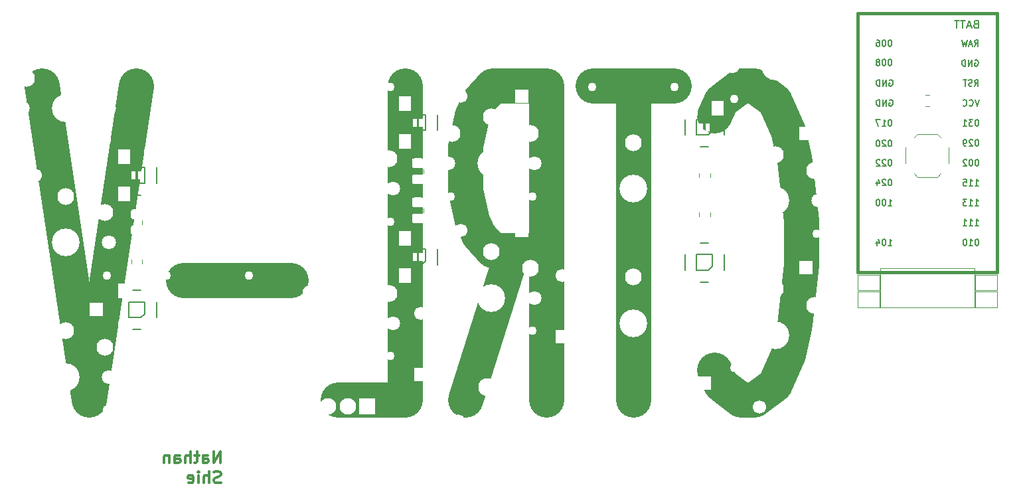
<source format=gbo>
%TF.GenerationSoftware,KiCad,Pcbnew,(5.1.6)-1*%
%TF.CreationDate,2022-08-18T21:09:05-07:00*%
%TF.ProjectId,split-40-final,73706c69-742d-4343-902d-66696e616c2e,rev?*%
%TF.SameCoordinates,Original*%
%TF.FileFunction,Legend,Bot*%
%TF.FilePolarity,Positive*%
%FSLAX46Y46*%
G04 Gerber Fmt 4.6, Leading zero omitted, Abs format (unit mm)*
G04 Created by KiCad (PCBNEW (5.1.6)-1) date 2022-08-18 21:09:05*
%MOMM*%
%LPD*%
G01*
G04 APERTURE LIST*
%ADD10C,4.500000*%
%ADD11C,0.300000*%
%ADD12C,0.381000*%
%ADD13C,0.120000*%
%ADD14C,0.200000*%
%ADD15C,0.040000*%
%ADD16C,0.150000*%
%ADD17C,1.801800*%
%ADD18C,1.090600*%
%ADD19C,2.132000*%
%ADD20C,3.529000*%
%ADD21C,1.852600*%
%ADD22R,2.600000X3.100000*%
%ADD23C,2.100000*%
%ADD24R,2.100000X2.100000*%
%ADD25O,3.100000X1.624000*%
%ADD26C,1.624000*%
%ADD27C,1.700000*%
%ADD28R,1.700000X1.700000*%
%ADD29C,0.100000*%
%ADD30R,0.600000X1.100000*%
%ADD31R,1.500000X1.900000*%
%ADD32O,1.800000X1.800000*%
%ADD33R,1.800000X1.800000*%
%ADD34C,2.300000*%
%ADD35R,1.800000X1.100000*%
%ADD36R,1.100000X1.600000*%
G04 APERTURE END LIST*
D10*
X106428571Y-67285714D02*
X107285714Y-69190476D01*
X109857142Y-71095238D01*
X111571428Y-71095238D01*
X114142857Y-69190476D01*
X115857142Y-65380952D01*
X116714285Y-61571428D01*
X117571428Y-53952380D01*
X117571428Y-48238095D01*
X116714285Y-40619047D01*
X115857142Y-36809523D01*
X114142857Y-33000000D01*
X111571428Y-31095238D01*
X109857142Y-31095238D01*
X107285714Y-33000000D01*
X106428571Y-34904761D01*
X101285714Y-31095238D02*
X91000000Y-31095238D01*
X96142857Y-71095238D02*
X96142857Y-31095238D01*
X74714285Y-71095238D02*
X80714285Y-52047619D01*
X85000000Y-71095238D02*
X85000000Y-31095238D01*
X78142857Y-31095238D01*
X76428571Y-33000000D01*
X75571428Y-34904761D01*
X74714285Y-38714285D01*
X74714285Y-44428571D01*
X75571428Y-48238095D01*
X76428571Y-50142857D01*
X78142857Y-52047619D01*
X85000000Y-52047619D01*
X58428571Y-71095238D02*
X66999999Y-71095238D01*
X66999999Y-31095238D01*
X52428571Y-55857142D02*
X38714285Y-55857142D01*
X32714285Y-31095238D02*
X26714285Y-71095238D01*
X20714285Y-31095238D01*
D11*
X43447857Y-79203571D02*
X43447857Y-77703571D01*
X42590714Y-79203571D01*
X42590714Y-77703571D01*
X41233571Y-79203571D02*
X41233571Y-78417857D01*
X41305000Y-78275000D01*
X41447857Y-78203571D01*
X41733571Y-78203571D01*
X41876428Y-78275000D01*
X41233571Y-79132142D02*
X41376428Y-79203571D01*
X41733571Y-79203571D01*
X41876428Y-79132142D01*
X41947857Y-78989285D01*
X41947857Y-78846428D01*
X41876428Y-78703571D01*
X41733571Y-78632142D01*
X41376428Y-78632142D01*
X41233571Y-78560714D01*
X40733571Y-78203571D02*
X40162142Y-78203571D01*
X40519285Y-77703571D02*
X40519285Y-78989285D01*
X40447857Y-79132142D01*
X40305000Y-79203571D01*
X40162142Y-79203571D01*
X39662142Y-79203571D02*
X39662142Y-77703571D01*
X39019285Y-79203571D02*
X39019285Y-78417857D01*
X39090714Y-78275000D01*
X39233571Y-78203571D01*
X39447857Y-78203571D01*
X39590714Y-78275000D01*
X39662142Y-78346428D01*
X37662142Y-79203571D02*
X37662142Y-78417857D01*
X37733571Y-78275000D01*
X37876428Y-78203571D01*
X38162142Y-78203571D01*
X38305000Y-78275000D01*
X37662142Y-79132142D02*
X37805000Y-79203571D01*
X38162142Y-79203571D01*
X38305000Y-79132142D01*
X38376428Y-78989285D01*
X38376428Y-78846428D01*
X38305000Y-78703571D01*
X38162142Y-78632142D01*
X37805000Y-78632142D01*
X37662142Y-78560714D01*
X36947857Y-78203571D02*
X36947857Y-79203571D01*
X36947857Y-78346428D02*
X36876428Y-78275000D01*
X36733571Y-78203571D01*
X36519285Y-78203571D01*
X36376428Y-78275000D01*
X36305000Y-78417857D01*
X36305000Y-79203571D01*
X43519285Y-81682142D02*
X43305000Y-81753571D01*
X42947857Y-81753571D01*
X42805000Y-81682142D01*
X42733571Y-81610714D01*
X42662142Y-81467857D01*
X42662142Y-81325000D01*
X42733571Y-81182142D01*
X42805000Y-81110714D01*
X42947857Y-81039285D01*
X43233571Y-80967857D01*
X43376428Y-80896428D01*
X43447857Y-80825000D01*
X43519285Y-80682142D01*
X43519285Y-80539285D01*
X43447857Y-80396428D01*
X43376428Y-80325000D01*
X43233571Y-80253571D01*
X42876428Y-80253571D01*
X42662142Y-80325000D01*
X42019285Y-81753571D02*
X42019285Y-80253571D01*
X41376428Y-81753571D02*
X41376428Y-80967857D01*
X41447857Y-80825000D01*
X41590714Y-80753571D01*
X41805000Y-80753571D01*
X41947857Y-80825000D01*
X42019285Y-80896428D01*
X40662142Y-81753571D02*
X40662142Y-80753571D01*
X40662142Y-80253571D02*
X40733571Y-80325000D01*
X40662142Y-80396428D01*
X40590714Y-80325000D01*
X40662142Y-80253571D01*
X40662142Y-80396428D01*
X39376428Y-81682142D02*
X39519285Y-81753571D01*
X39805000Y-81753571D01*
X39947857Y-81682142D01*
X40019285Y-81539285D01*
X40019285Y-80967857D01*
X39947857Y-80825000D01*
X39805000Y-80753571D01*
X39519285Y-80753571D01*
X39376428Y-80825000D01*
X39305000Y-80967857D01*
X39305000Y-81110714D01*
X40019285Y-81253571D01*
D12*
%TO.C,U1*%
X142520000Y-21880000D02*
X124740000Y-21880000D01*
X124740000Y-21880000D02*
X124740000Y-54900000D01*
X124740000Y-54900000D02*
X142520000Y-54900000D01*
X142520000Y-54900000D02*
X142520000Y-21880000D01*
D13*
%TO.C,SW3*%
X63520000Y-72020000D02*
X63820000Y-71720000D01*
X63820000Y-71720000D02*
X63820000Y-72320000D01*
X63820000Y-72320000D02*
X63520000Y-72020000D01*
D14*
%TO.C,D1*%
X106200000Y-36890000D02*
X105700000Y-37390000D01*
X104700000Y-33890000D02*
X105700000Y-33890000D01*
X102700000Y-35390000D02*
X102700000Y-37390000D01*
X104200000Y-35390000D02*
X106200000Y-35390000D01*
X104700000Y-38890000D02*
X105700000Y-38890000D01*
X106200000Y-35390000D02*
X106200000Y-36890000D01*
X105700000Y-37390000D02*
X104200000Y-37390000D01*
X107700000Y-35390000D02*
X107700000Y-37390000D01*
X104200000Y-37390000D02*
X104200000Y-35390000D01*
%TO.C,D2*%
X68150000Y-34790000D02*
X67650000Y-35290000D01*
X68150000Y-38290000D02*
X69150000Y-38290000D01*
X66150000Y-36790000D02*
X66150000Y-34790000D01*
X68150000Y-33290000D02*
X69150000Y-33290000D01*
X69650000Y-34790000D02*
X68150000Y-34790000D01*
X71150000Y-36790000D02*
X71150000Y-34790000D01*
X67650000Y-36790000D02*
X69650000Y-36790000D01*
X69650000Y-36790000D02*
X69650000Y-34790000D01*
X67650000Y-35290000D02*
X67650000Y-36790000D01*
%TO.C,D3*%
X32300000Y-41520000D02*
X31800000Y-42020000D01*
X32300000Y-45020000D02*
X33300000Y-45020000D01*
X30300000Y-43520000D02*
X30300000Y-41520000D01*
X32300000Y-40020000D02*
X33300000Y-40020000D01*
X33800000Y-41520000D02*
X32300000Y-41520000D01*
X35300000Y-43520000D02*
X35300000Y-41520000D01*
X31800000Y-43520000D02*
X33800000Y-43520000D01*
X33800000Y-43520000D02*
X33800000Y-41520000D01*
X31800000Y-42020000D02*
X31800000Y-43520000D01*
%TO.C,D4*%
X33300000Y-60670000D02*
X33800000Y-60170000D01*
X33300000Y-57170000D02*
X32300000Y-57170000D01*
X35300000Y-58670000D02*
X35300000Y-60670000D01*
X33300000Y-62170000D02*
X32300000Y-62170000D01*
X31800000Y-60670000D02*
X33300000Y-60670000D01*
X30300000Y-58670000D02*
X30300000Y-60670000D01*
X33800000Y-58670000D02*
X31800000Y-58670000D01*
X31800000Y-58670000D02*
X31800000Y-60670000D01*
X33800000Y-60170000D02*
X33800000Y-58670000D01*
%TO.C,D5*%
X69150000Y-53940000D02*
X69650000Y-53440000D01*
X69150000Y-50440000D02*
X68150000Y-50440000D01*
X71150000Y-51940000D02*
X71150000Y-53940000D01*
X69150000Y-55440000D02*
X68150000Y-55440000D01*
X67650000Y-53940000D02*
X69150000Y-53940000D01*
X66150000Y-51940000D02*
X66150000Y-53940000D01*
X69650000Y-51940000D02*
X67650000Y-51940000D01*
X67650000Y-51940000D02*
X67650000Y-53940000D01*
X69650000Y-53440000D02*
X69650000Y-51940000D01*
%TO.C,D6*%
X105700000Y-54620000D02*
X106200000Y-54120000D01*
X105700000Y-51120000D02*
X104700000Y-51120000D01*
X107700000Y-52620000D02*
X107700000Y-54620000D01*
X105700000Y-56120000D02*
X104700000Y-56120000D01*
X104200000Y-54620000D02*
X105700000Y-54620000D01*
X102700000Y-52620000D02*
X102700000Y-54620000D01*
X106200000Y-52620000D02*
X104200000Y-52620000D01*
X104200000Y-52620000D02*
X104200000Y-54620000D01*
X106200000Y-54120000D02*
X106200000Y-52620000D01*
D15*
%TO.C,L1*%
X139630000Y-54400000D02*
X139630000Y-59400000D01*
X127630000Y-54400000D02*
X139630000Y-54400000D01*
X139630000Y-59400000D02*
X127630000Y-59400000D01*
X127630000Y-54400000D02*
X127630000Y-59400000D01*
D13*
%TO.C,C3*%
X33510000Y-48238748D02*
X33510000Y-48761252D01*
X32090000Y-48238748D02*
X32090000Y-48761252D01*
%TO.C,C1*%
X105910000Y-42238748D02*
X105910000Y-42761252D01*
X104490000Y-42238748D02*
X104490000Y-42761252D01*
%TO.C,C2*%
X69360000Y-41738748D02*
X69360000Y-42261252D01*
X67940000Y-41738748D02*
X67940000Y-42261252D01*
%TO.C,C4*%
X32090000Y-53761252D02*
X32090000Y-53238748D01*
X33510000Y-53761252D02*
X33510000Y-53238748D01*
%TO.C,C5*%
X67940000Y-47261252D02*
X67940000Y-46738748D01*
X69360000Y-47261252D02*
X69360000Y-46738748D01*
%TO.C,C6*%
X104490000Y-47761252D02*
X104490000Y-47238748D01*
X105910000Y-47761252D02*
X105910000Y-47238748D01*
%TO.C,R1*%
X133888578Y-33710000D02*
X133371422Y-33710000D01*
X133888578Y-32290000D02*
X133371422Y-32290000D01*
%TO.C,SW1*%
X132380000Y-42750000D02*
X134880000Y-42750000D01*
X130880000Y-41000000D02*
X130880000Y-39000000D01*
X132380000Y-37250000D02*
X134880000Y-37250000D01*
X136380000Y-41000000D02*
X136380000Y-39000000D01*
X131930000Y-42300000D02*
X132380000Y-42750000D01*
X135330000Y-42300000D02*
X134880000Y-42750000D01*
X135330000Y-37700000D02*
X134880000Y-37250000D01*
X131930000Y-37700000D02*
X132380000Y-37250000D01*
%TO.C,JP_B_GND1*%
X127510000Y-57190000D02*
X127510000Y-55190000D01*
X124710000Y-57190000D02*
X127510000Y-57190000D01*
X124710000Y-55190000D02*
X124710000Y-57190000D01*
X127510000Y-55190000D02*
X124710000Y-55190000D01*
%TO.C,JP_B_SCL1*%
X139750000Y-59360000D02*
X142550000Y-59360000D01*
X142550000Y-59360000D02*
X142550000Y-57360000D01*
X142550000Y-57360000D02*
X139750000Y-57360000D01*
X139750000Y-57360000D02*
X139750000Y-59360000D01*
%TO.C,JP_B_SDA1*%
X139750000Y-55190000D02*
X139750000Y-57190000D01*
X142550000Y-55190000D02*
X139750000Y-55190000D01*
X142550000Y-57190000D02*
X142550000Y-55190000D01*
X139750000Y-57190000D02*
X142550000Y-57190000D01*
%TO.C,JP_B_VCC1*%
X127510000Y-57360000D02*
X124710000Y-57360000D01*
X124710000Y-57360000D02*
X124710000Y-59360000D01*
X124710000Y-59360000D02*
X127510000Y-59360000D01*
X127510000Y-59360000D02*
X127510000Y-57360000D01*
%TO.C,U1*%
D16*
X139656095Y-31131904D02*
X139922761Y-30750952D01*
X140113238Y-31131904D02*
X140113238Y-30331904D01*
X139808476Y-30331904D01*
X139732285Y-30370000D01*
X139694190Y-30408095D01*
X139656095Y-30484285D01*
X139656095Y-30598571D01*
X139694190Y-30674761D01*
X139732285Y-30712857D01*
X139808476Y-30750952D01*
X140113238Y-30750952D01*
X139351333Y-31093809D02*
X139237047Y-31131904D01*
X139046571Y-31131904D01*
X138970380Y-31093809D01*
X138932285Y-31055714D01*
X138894190Y-30979523D01*
X138894190Y-30903333D01*
X138932285Y-30827142D01*
X138970380Y-30789047D01*
X139046571Y-30750952D01*
X139198952Y-30712857D01*
X139275142Y-30674761D01*
X139313238Y-30636666D01*
X139351333Y-30560476D01*
X139351333Y-30484285D01*
X139313238Y-30408095D01*
X139275142Y-30370000D01*
X139198952Y-30331904D01*
X139008476Y-30331904D01*
X138894190Y-30370000D01*
X138665619Y-30331904D02*
X138208476Y-30331904D01*
X138437047Y-31131904D02*
X138437047Y-30331904D01*
X128892810Y-25251904D02*
X128816619Y-25251904D01*
X128740429Y-25290000D01*
X128702333Y-25328095D01*
X128664238Y-25404285D01*
X128626143Y-25556666D01*
X128626143Y-25747142D01*
X128664238Y-25899523D01*
X128702333Y-25975714D01*
X128740429Y-26013809D01*
X128816619Y-26051904D01*
X128892810Y-26051904D01*
X128969000Y-26013809D01*
X129007095Y-25975714D01*
X129045190Y-25899523D01*
X129083286Y-25747142D01*
X129083286Y-25556666D01*
X129045190Y-25404285D01*
X129007095Y-25328095D01*
X128969000Y-25290000D01*
X128892810Y-25251904D01*
X128130905Y-25251904D02*
X128054714Y-25251904D01*
X127978524Y-25290000D01*
X127940429Y-25328095D01*
X127902333Y-25404285D01*
X127864238Y-25556666D01*
X127864238Y-25747142D01*
X127902333Y-25899523D01*
X127940429Y-25975714D01*
X127978524Y-26013809D01*
X128054714Y-26051904D01*
X128130905Y-26051904D01*
X128207095Y-26013809D01*
X128245190Y-25975714D01*
X128283286Y-25899523D01*
X128321381Y-25747142D01*
X128321381Y-25556666D01*
X128283286Y-25404285D01*
X128245190Y-25328095D01*
X128207095Y-25290000D01*
X128130905Y-25251904D01*
X127178524Y-25251904D02*
X127330905Y-25251904D01*
X127407095Y-25290000D01*
X127445190Y-25328095D01*
X127521381Y-25442380D01*
X127559476Y-25594761D01*
X127559476Y-25899523D01*
X127521381Y-25975714D01*
X127483286Y-26013809D01*
X127407095Y-26051904D01*
X127254714Y-26051904D01*
X127178524Y-26013809D01*
X127140429Y-25975714D01*
X127102333Y-25899523D01*
X127102333Y-25709047D01*
X127140429Y-25632857D01*
X127178524Y-25594761D01*
X127254714Y-25556666D01*
X127407095Y-25556666D01*
X127483286Y-25594761D01*
X127521381Y-25632857D01*
X127559476Y-25709047D01*
X139967191Y-50651904D02*
X139891000Y-50651904D01*
X139814810Y-50690000D01*
X139776714Y-50728095D01*
X139738619Y-50804285D01*
X139700524Y-50956666D01*
X139700524Y-51147142D01*
X139738619Y-51299523D01*
X139776714Y-51375714D01*
X139814810Y-51413809D01*
X139891000Y-51451904D01*
X139967191Y-51451904D01*
X140043381Y-51413809D01*
X140081476Y-51375714D01*
X140119571Y-51299523D01*
X140157667Y-51147142D01*
X140157667Y-50956666D01*
X140119571Y-50804285D01*
X140081476Y-50728095D01*
X140043381Y-50690000D01*
X139967191Y-50651904D01*
X138938619Y-51451904D02*
X139395762Y-51451904D01*
X139167191Y-51451904D02*
X139167191Y-50651904D01*
X139243381Y-50766190D01*
X139319571Y-50842380D01*
X139395762Y-50880476D01*
X138443381Y-50651904D02*
X138367191Y-50651904D01*
X138291000Y-50690000D01*
X138252905Y-50728095D01*
X138214810Y-50804285D01*
X138176714Y-50956666D01*
X138176714Y-51147142D01*
X138214810Y-51299523D01*
X138252905Y-51375714D01*
X138291000Y-51413809D01*
X138367191Y-51451904D01*
X138443381Y-51451904D01*
X138519571Y-51413809D01*
X138557667Y-51375714D01*
X138595762Y-51299523D01*
X138633857Y-51147142D01*
X138633857Y-50956666D01*
X138595762Y-50804285D01*
X138557667Y-50728095D01*
X138519571Y-50690000D01*
X138443381Y-50651904D01*
X139700524Y-43831904D02*
X140157667Y-43831904D01*
X139929095Y-43831904D02*
X139929095Y-43031904D01*
X140005286Y-43146190D01*
X140081476Y-43222380D01*
X140157667Y-43260476D01*
X138938619Y-43831904D02*
X139395762Y-43831904D01*
X139167191Y-43831904D02*
X139167191Y-43031904D01*
X139243381Y-43146190D01*
X139319571Y-43222380D01*
X139395762Y-43260476D01*
X138214810Y-43031904D02*
X138595762Y-43031904D01*
X138633857Y-43412857D01*
X138595762Y-43374761D01*
X138519571Y-43336666D01*
X138329095Y-43336666D01*
X138252905Y-43374761D01*
X138214810Y-43412857D01*
X138176714Y-43489047D01*
X138176714Y-43679523D01*
X138214810Y-43755714D01*
X138252905Y-43793809D01*
X138329095Y-43831904D01*
X138519571Y-43831904D01*
X138595762Y-43793809D01*
X138633857Y-43755714D01*
X139967191Y-40491904D02*
X139891000Y-40491904D01*
X139814810Y-40530000D01*
X139776714Y-40568095D01*
X139738619Y-40644285D01*
X139700524Y-40796666D01*
X139700524Y-40987142D01*
X139738619Y-41139523D01*
X139776714Y-41215714D01*
X139814810Y-41253809D01*
X139891000Y-41291904D01*
X139967191Y-41291904D01*
X140043381Y-41253809D01*
X140081476Y-41215714D01*
X140119571Y-41139523D01*
X140157667Y-40987142D01*
X140157667Y-40796666D01*
X140119571Y-40644285D01*
X140081476Y-40568095D01*
X140043381Y-40530000D01*
X139967191Y-40491904D01*
X139205286Y-40491904D02*
X139129095Y-40491904D01*
X139052905Y-40530000D01*
X139014810Y-40568095D01*
X138976714Y-40644285D01*
X138938619Y-40796666D01*
X138938619Y-40987142D01*
X138976714Y-41139523D01*
X139014810Y-41215714D01*
X139052905Y-41253809D01*
X139129095Y-41291904D01*
X139205286Y-41291904D01*
X139281476Y-41253809D01*
X139319571Y-41215714D01*
X139357667Y-41139523D01*
X139395762Y-40987142D01*
X139395762Y-40796666D01*
X139357667Y-40644285D01*
X139319571Y-40568095D01*
X139281476Y-40530000D01*
X139205286Y-40491904D01*
X138633857Y-40568095D02*
X138595762Y-40530000D01*
X138519571Y-40491904D01*
X138329095Y-40491904D01*
X138252905Y-40530000D01*
X138214810Y-40568095D01*
X138176714Y-40644285D01*
X138176714Y-40720476D01*
X138214810Y-40834761D01*
X138671952Y-41291904D01*
X138176714Y-41291904D01*
X139967191Y-37951904D02*
X139891000Y-37951904D01*
X139814810Y-37990000D01*
X139776714Y-38028095D01*
X139738619Y-38104285D01*
X139700524Y-38256666D01*
X139700524Y-38447142D01*
X139738619Y-38599523D01*
X139776714Y-38675714D01*
X139814810Y-38713809D01*
X139891000Y-38751904D01*
X139967191Y-38751904D01*
X140043381Y-38713809D01*
X140081476Y-38675714D01*
X140119571Y-38599523D01*
X140157667Y-38447142D01*
X140157667Y-38256666D01*
X140119571Y-38104285D01*
X140081476Y-38028095D01*
X140043381Y-37990000D01*
X139967191Y-37951904D01*
X139395762Y-38028095D02*
X139357667Y-37990000D01*
X139281476Y-37951904D01*
X139091000Y-37951904D01*
X139014810Y-37990000D01*
X138976714Y-38028095D01*
X138938619Y-38104285D01*
X138938619Y-38180476D01*
X138976714Y-38294761D01*
X139433857Y-38751904D01*
X138938619Y-38751904D01*
X138557667Y-38751904D02*
X138405286Y-38751904D01*
X138329095Y-38713809D01*
X138291000Y-38675714D01*
X138214810Y-38561428D01*
X138176714Y-38409047D01*
X138176714Y-38104285D01*
X138214810Y-38028095D01*
X138252905Y-37990000D01*
X138329095Y-37951904D01*
X138481476Y-37951904D01*
X138557667Y-37990000D01*
X138595762Y-38028095D01*
X138633857Y-38104285D01*
X138633857Y-38294761D01*
X138595762Y-38370952D01*
X138557667Y-38409047D01*
X138481476Y-38447142D01*
X138329095Y-38447142D01*
X138252905Y-38409047D01*
X138214810Y-38370952D01*
X138176714Y-38294761D01*
X139656095Y-26051904D02*
X139922762Y-25670952D01*
X140113238Y-26051904D02*
X140113238Y-25251904D01*
X139808476Y-25251904D01*
X139732286Y-25290000D01*
X139694191Y-25328095D01*
X139656095Y-25404285D01*
X139656095Y-25518571D01*
X139694191Y-25594761D01*
X139732286Y-25632857D01*
X139808476Y-25670952D01*
X140113238Y-25670952D01*
X139351334Y-25823333D02*
X138970381Y-25823333D01*
X139427524Y-26051904D02*
X139160857Y-25251904D01*
X138894191Y-26051904D01*
X138703715Y-25251904D02*
X138513238Y-26051904D01*
X138360857Y-25480476D01*
X138208476Y-26051904D01*
X138018000Y-25251904D01*
X139694190Y-27830000D02*
X139770381Y-27791904D01*
X139884667Y-27791904D01*
X139998952Y-27830000D01*
X140075143Y-27906190D01*
X140113238Y-27982380D01*
X140151333Y-28134761D01*
X140151333Y-28249047D01*
X140113238Y-28401428D01*
X140075143Y-28477619D01*
X139998952Y-28553809D01*
X139884667Y-28591904D01*
X139808476Y-28591904D01*
X139694190Y-28553809D01*
X139656095Y-28515714D01*
X139656095Y-28249047D01*
X139808476Y-28249047D01*
X139313238Y-28591904D02*
X139313238Y-27791904D01*
X138856095Y-28591904D01*
X138856095Y-27791904D01*
X138475143Y-28591904D02*
X138475143Y-27791904D01*
X138284667Y-27791904D01*
X138170381Y-27830000D01*
X138094190Y-27906190D01*
X138056095Y-27982380D01*
X138018000Y-28134761D01*
X138018000Y-28249047D01*
X138056095Y-28401428D01*
X138094190Y-28477619D01*
X138170381Y-28553809D01*
X138284667Y-28591904D01*
X138475143Y-28591904D01*
X140233857Y-32871904D02*
X139967191Y-33671904D01*
X139700524Y-32871904D01*
X138976714Y-33595714D02*
X139014810Y-33633809D01*
X139129095Y-33671904D01*
X139205286Y-33671904D01*
X139319571Y-33633809D01*
X139395762Y-33557619D01*
X139433857Y-33481428D01*
X139471952Y-33329047D01*
X139471952Y-33214761D01*
X139433857Y-33062380D01*
X139395762Y-32986190D01*
X139319571Y-32910000D01*
X139205286Y-32871904D01*
X139129095Y-32871904D01*
X139014810Y-32910000D01*
X138976714Y-32948095D01*
X138176714Y-33595714D02*
X138214810Y-33633809D01*
X138329095Y-33671904D01*
X138405286Y-33671904D01*
X138519571Y-33633809D01*
X138595762Y-33557619D01*
X138633857Y-33481428D01*
X138671952Y-33329047D01*
X138671952Y-33214761D01*
X138633857Y-33062380D01*
X138595762Y-32986190D01*
X138519571Y-32910000D01*
X138405286Y-32871904D01*
X138329095Y-32871904D01*
X138214810Y-32910000D01*
X138176714Y-32948095D01*
X139967191Y-35411904D02*
X139891000Y-35411904D01*
X139814810Y-35450000D01*
X139776714Y-35488095D01*
X139738619Y-35564285D01*
X139700524Y-35716666D01*
X139700524Y-35907142D01*
X139738619Y-36059523D01*
X139776714Y-36135714D01*
X139814810Y-36173809D01*
X139891000Y-36211904D01*
X139967191Y-36211904D01*
X140043381Y-36173809D01*
X140081476Y-36135714D01*
X140119571Y-36059523D01*
X140157667Y-35907142D01*
X140157667Y-35716666D01*
X140119571Y-35564285D01*
X140081476Y-35488095D01*
X140043381Y-35450000D01*
X139967191Y-35411904D01*
X139433857Y-35411904D02*
X138938619Y-35411904D01*
X139205286Y-35716666D01*
X139091000Y-35716666D01*
X139014810Y-35754761D01*
X138976714Y-35792857D01*
X138938619Y-35869047D01*
X138938619Y-36059523D01*
X138976714Y-36135714D01*
X139014810Y-36173809D01*
X139091000Y-36211904D01*
X139319571Y-36211904D01*
X139395762Y-36173809D01*
X139433857Y-36135714D01*
X138176714Y-36211904D02*
X138633857Y-36211904D01*
X138405286Y-36211904D02*
X138405286Y-35411904D01*
X138481476Y-35526190D01*
X138557667Y-35602380D01*
X138633857Y-35640476D01*
X139700524Y-46371904D02*
X140157667Y-46371904D01*
X139929095Y-46371904D02*
X139929095Y-45571904D01*
X140005286Y-45686190D01*
X140081476Y-45762380D01*
X140157667Y-45800476D01*
X138938619Y-46371904D02*
X139395762Y-46371904D01*
X139167191Y-46371904D02*
X139167191Y-45571904D01*
X139243381Y-45686190D01*
X139319571Y-45762380D01*
X139395762Y-45800476D01*
X138671952Y-45571904D02*
X138176714Y-45571904D01*
X138443381Y-45876666D01*
X138329095Y-45876666D01*
X138252905Y-45914761D01*
X138214810Y-45952857D01*
X138176714Y-46029047D01*
X138176714Y-46219523D01*
X138214810Y-46295714D01*
X138252905Y-46333809D01*
X138329095Y-46371904D01*
X138557667Y-46371904D01*
X138633857Y-46333809D01*
X138671952Y-46295714D01*
X139700524Y-48911904D02*
X140157667Y-48911904D01*
X139929095Y-48911904D02*
X139929095Y-48111904D01*
X140005286Y-48226190D01*
X140081476Y-48302380D01*
X140157667Y-48340476D01*
X138938619Y-48911904D02*
X139395762Y-48911904D01*
X139167191Y-48911904D02*
X139167191Y-48111904D01*
X139243381Y-48226190D01*
X139319571Y-48302380D01*
X139395762Y-48340476D01*
X138176714Y-48911904D02*
X138633857Y-48911904D01*
X138405286Y-48911904D02*
X138405286Y-48111904D01*
X138481476Y-48226190D01*
X138557667Y-48302380D01*
X138633857Y-48340476D01*
X128626143Y-51451904D02*
X129083286Y-51451904D01*
X128854714Y-51451904D02*
X128854714Y-50651904D01*
X128930905Y-50766190D01*
X129007095Y-50842380D01*
X129083286Y-50880476D01*
X128130905Y-50651904D02*
X128054714Y-50651904D01*
X127978524Y-50690000D01*
X127940429Y-50728095D01*
X127902333Y-50804285D01*
X127864238Y-50956666D01*
X127864238Y-51147142D01*
X127902333Y-51299523D01*
X127940429Y-51375714D01*
X127978524Y-51413809D01*
X128054714Y-51451904D01*
X128130905Y-51451904D01*
X128207095Y-51413809D01*
X128245190Y-51375714D01*
X128283286Y-51299523D01*
X128321381Y-51147142D01*
X128321381Y-50956666D01*
X128283286Y-50804285D01*
X128245190Y-50728095D01*
X128207095Y-50690000D01*
X128130905Y-50651904D01*
X127178524Y-50918571D02*
X127178524Y-51451904D01*
X127369000Y-50613809D02*
X127559476Y-51185238D01*
X127064238Y-51185238D01*
X128626143Y-46371904D02*
X129083286Y-46371904D01*
X128854714Y-46371904D02*
X128854714Y-45571904D01*
X128930905Y-45686190D01*
X129007095Y-45762380D01*
X129083286Y-45800476D01*
X128130905Y-45571904D02*
X128054714Y-45571904D01*
X127978524Y-45610000D01*
X127940429Y-45648095D01*
X127902333Y-45724285D01*
X127864238Y-45876666D01*
X127864238Y-46067142D01*
X127902333Y-46219523D01*
X127940429Y-46295714D01*
X127978524Y-46333809D01*
X128054714Y-46371904D01*
X128130905Y-46371904D01*
X128207095Y-46333809D01*
X128245190Y-46295714D01*
X128283286Y-46219523D01*
X128321381Y-46067142D01*
X128321381Y-45876666D01*
X128283286Y-45724285D01*
X128245190Y-45648095D01*
X128207095Y-45610000D01*
X128130905Y-45571904D01*
X127369000Y-45571904D02*
X127292810Y-45571904D01*
X127216619Y-45610000D01*
X127178524Y-45648095D01*
X127140429Y-45724285D01*
X127102333Y-45876666D01*
X127102333Y-46067142D01*
X127140429Y-46219523D01*
X127178524Y-46295714D01*
X127216619Y-46333809D01*
X127292810Y-46371904D01*
X127369000Y-46371904D01*
X127445190Y-46333809D01*
X127483286Y-46295714D01*
X127521381Y-46219523D01*
X127559476Y-46067142D01*
X127559476Y-45876666D01*
X127521381Y-45724285D01*
X127483286Y-45648095D01*
X127445190Y-45610000D01*
X127369000Y-45571904D01*
X128892810Y-43021904D02*
X128816619Y-43021904D01*
X128740429Y-43060000D01*
X128702333Y-43098095D01*
X128664238Y-43174285D01*
X128626143Y-43326666D01*
X128626143Y-43517142D01*
X128664238Y-43669523D01*
X128702333Y-43745714D01*
X128740429Y-43783809D01*
X128816619Y-43821904D01*
X128892810Y-43821904D01*
X128969000Y-43783809D01*
X129007095Y-43745714D01*
X129045190Y-43669523D01*
X129083286Y-43517142D01*
X129083286Y-43326666D01*
X129045190Y-43174285D01*
X129007095Y-43098095D01*
X128969000Y-43060000D01*
X128892810Y-43021904D01*
X128321381Y-43098095D02*
X128283286Y-43060000D01*
X128207095Y-43021904D01*
X128016619Y-43021904D01*
X127940429Y-43060000D01*
X127902333Y-43098095D01*
X127864238Y-43174285D01*
X127864238Y-43250476D01*
X127902333Y-43364761D01*
X128359476Y-43821904D01*
X127864238Y-43821904D01*
X127178524Y-43288571D02*
X127178524Y-43821904D01*
X127369000Y-42983809D02*
X127559476Y-43555238D01*
X127064238Y-43555238D01*
X128892810Y-40521904D02*
X128816619Y-40521904D01*
X128740429Y-40560000D01*
X128702333Y-40598095D01*
X128664238Y-40674285D01*
X128626143Y-40826666D01*
X128626143Y-41017142D01*
X128664238Y-41169523D01*
X128702333Y-41245714D01*
X128740429Y-41283809D01*
X128816619Y-41321904D01*
X128892810Y-41321904D01*
X128969000Y-41283809D01*
X129007095Y-41245714D01*
X129045190Y-41169523D01*
X129083286Y-41017142D01*
X129083286Y-40826666D01*
X129045190Y-40674285D01*
X129007095Y-40598095D01*
X128969000Y-40560000D01*
X128892810Y-40521904D01*
X128321381Y-40598095D02*
X128283286Y-40560000D01*
X128207095Y-40521904D01*
X128016619Y-40521904D01*
X127940429Y-40560000D01*
X127902333Y-40598095D01*
X127864238Y-40674285D01*
X127864238Y-40750476D01*
X127902333Y-40864761D01*
X128359476Y-41321904D01*
X127864238Y-41321904D01*
X127559476Y-40598095D02*
X127521381Y-40560000D01*
X127445190Y-40521904D01*
X127254714Y-40521904D01*
X127178524Y-40560000D01*
X127140429Y-40598095D01*
X127102333Y-40674285D01*
X127102333Y-40750476D01*
X127140429Y-40864761D01*
X127597571Y-41321904D01*
X127102333Y-41321904D01*
X128778523Y-30370000D02*
X128854714Y-30331904D01*
X128969000Y-30331904D01*
X129083285Y-30370000D01*
X129159476Y-30446190D01*
X129197571Y-30522380D01*
X129235666Y-30674761D01*
X129235666Y-30789047D01*
X129197571Y-30941428D01*
X129159476Y-31017619D01*
X129083285Y-31093809D01*
X128969000Y-31131904D01*
X128892809Y-31131904D01*
X128778523Y-31093809D01*
X128740428Y-31055714D01*
X128740428Y-30789047D01*
X128892809Y-30789047D01*
X128397571Y-31131904D02*
X128397571Y-30331904D01*
X127940428Y-31131904D01*
X127940428Y-30331904D01*
X127559476Y-31131904D02*
X127559476Y-30331904D01*
X127369000Y-30331904D01*
X127254714Y-30370000D01*
X127178523Y-30446190D01*
X127140428Y-30522380D01*
X127102333Y-30674761D01*
X127102333Y-30789047D01*
X127140428Y-30941428D01*
X127178523Y-31017619D01*
X127254714Y-31093809D01*
X127369000Y-31131904D01*
X127559476Y-31131904D01*
X128778523Y-32910000D02*
X128854714Y-32871904D01*
X128969000Y-32871904D01*
X129083285Y-32910000D01*
X129159476Y-32986190D01*
X129197571Y-33062380D01*
X129235666Y-33214761D01*
X129235666Y-33329047D01*
X129197571Y-33481428D01*
X129159476Y-33557619D01*
X129083285Y-33633809D01*
X128969000Y-33671904D01*
X128892809Y-33671904D01*
X128778523Y-33633809D01*
X128740428Y-33595714D01*
X128740428Y-33329047D01*
X128892809Y-33329047D01*
X128397571Y-33671904D02*
X128397571Y-32871904D01*
X127940428Y-33671904D01*
X127940428Y-32871904D01*
X127559476Y-33671904D02*
X127559476Y-32871904D01*
X127369000Y-32871904D01*
X127254714Y-32910000D01*
X127178523Y-32986190D01*
X127140428Y-33062380D01*
X127102333Y-33214761D01*
X127102333Y-33329047D01*
X127140428Y-33481428D01*
X127178523Y-33557619D01*
X127254714Y-33633809D01*
X127369000Y-33671904D01*
X127559476Y-33671904D01*
X128892810Y-35411904D02*
X128816619Y-35411904D01*
X128740429Y-35450000D01*
X128702333Y-35488095D01*
X128664238Y-35564285D01*
X128626143Y-35716666D01*
X128626143Y-35907142D01*
X128664238Y-36059523D01*
X128702333Y-36135714D01*
X128740429Y-36173809D01*
X128816619Y-36211904D01*
X128892810Y-36211904D01*
X128969000Y-36173809D01*
X129007095Y-36135714D01*
X129045190Y-36059523D01*
X129083286Y-35907142D01*
X129083286Y-35716666D01*
X129045190Y-35564285D01*
X129007095Y-35488095D01*
X128969000Y-35450000D01*
X128892810Y-35411904D01*
X127864238Y-36211904D02*
X128321381Y-36211904D01*
X128092810Y-36211904D02*
X128092810Y-35411904D01*
X128169000Y-35526190D01*
X128245190Y-35602380D01*
X128321381Y-35640476D01*
X127597571Y-35411904D02*
X127064238Y-35411904D01*
X127407095Y-36211904D01*
X128892810Y-38021904D02*
X128816619Y-38021904D01*
X128740429Y-38060000D01*
X128702333Y-38098095D01*
X128664238Y-38174285D01*
X128626143Y-38326666D01*
X128626143Y-38517142D01*
X128664238Y-38669523D01*
X128702333Y-38745714D01*
X128740429Y-38783809D01*
X128816619Y-38821904D01*
X128892810Y-38821904D01*
X128969000Y-38783809D01*
X129007095Y-38745714D01*
X129045190Y-38669523D01*
X129083286Y-38517142D01*
X129083286Y-38326666D01*
X129045190Y-38174285D01*
X129007095Y-38098095D01*
X128969000Y-38060000D01*
X128892810Y-38021904D01*
X128321381Y-38098095D02*
X128283286Y-38060000D01*
X128207095Y-38021904D01*
X128016619Y-38021904D01*
X127940429Y-38060000D01*
X127902333Y-38098095D01*
X127864238Y-38174285D01*
X127864238Y-38250476D01*
X127902333Y-38364761D01*
X128359476Y-38821904D01*
X127864238Y-38821904D01*
X127369000Y-38021904D02*
X127292810Y-38021904D01*
X127216619Y-38060000D01*
X127178524Y-38098095D01*
X127140429Y-38174285D01*
X127102333Y-38326666D01*
X127102333Y-38517142D01*
X127140429Y-38669523D01*
X127178524Y-38745714D01*
X127216619Y-38783809D01*
X127292810Y-38821904D01*
X127369000Y-38821904D01*
X127445190Y-38783809D01*
X127483286Y-38745714D01*
X127521381Y-38669523D01*
X127559476Y-38517142D01*
X127559476Y-38326666D01*
X127521381Y-38174285D01*
X127483286Y-38098095D01*
X127445190Y-38060000D01*
X127369000Y-38021904D01*
X128892810Y-27721904D02*
X128816619Y-27721904D01*
X128740429Y-27760000D01*
X128702333Y-27798095D01*
X128664238Y-27874285D01*
X128626143Y-28026666D01*
X128626143Y-28217142D01*
X128664238Y-28369523D01*
X128702333Y-28445714D01*
X128740429Y-28483809D01*
X128816619Y-28521904D01*
X128892810Y-28521904D01*
X128969000Y-28483809D01*
X129007095Y-28445714D01*
X129045190Y-28369523D01*
X129083286Y-28217142D01*
X129083286Y-28026666D01*
X129045190Y-27874285D01*
X129007095Y-27798095D01*
X128969000Y-27760000D01*
X128892810Y-27721904D01*
X128130905Y-27721904D02*
X128054714Y-27721904D01*
X127978524Y-27760000D01*
X127940429Y-27798095D01*
X127902333Y-27874285D01*
X127864238Y-28026666D01*
X127864238Y-28217142D01*
X127902333Y-28369523D01*
X127940429Y-28445714D01*
X127978524Y-28483809D01*
X128054714Y-28521904D01*
X128130905Y-28521904D01*
X128207095Y-28483809D01*
X128245190Y-28445714D01*
X128283286Y-28369523D01*
X128321381Y-28217142D01*
X128321381Y-28026666D01*
X128283286Y-27874285D01*
X128245190Y-27798095D01*
X128207095Y-27760000D01*
X128130905Y-27721904D01*
X127407095Y-28064761D02*
X127483286Y-28026666D01*
X127521381Y-27988571D01*
X127559476Y-27912380D01*
X127559476Y-27874285D01*
X127521381Y-27798095D01*
X127483286Y-27760000D01*
X127407095Y-27721904D01*
X127254714Y-27721904D01*
X127178524Y-27760000D01*
X127140429Y-27798095D01*
X127102333Y-27874285D01*
X127102333Y-27912380D01*
X127140429Y-27988571D01*
X127178524Y-28026666D01*
X127254714Y-28064761D01*
X127407095Y-28064761D01*
X127483286Y-28102857D01*
X127521381Y-28140952D01*
X127559476Y-28217142D01*
X127559476Y-28369523D01*
X127521381Y-28445714D01*
X127483286Y-28483809D01*
X127407095Y-28521904D01*
X127254714Y-28521904D01*
X127178524Y-28483809D01*
X127140429Y-28445714D01*
X127102333Y-28369523D01*
X127102333Y-28217142D01*
X127140429Y-28140952D01*
X127178524Y-28102857D01*
X127254714Y-28064761D01*
%TO.C,*%
X139819047Y-23228571D02*
X139676190Y-23276190D01*
X139628571Y-23323809D01*
X139580952Y-23419047D01*
X139580952Y-23561904D01*
X139628571Y-23657142D01*
X139676190Y-23704761D01*
X139771428Y-23752380D01*
X140152380Y-23752380D01*
X140152380Y-22752380D01*
X139819047Y-22752380D01*
X139723809Y-22800000D01*
X139676190Y-22847619D01*
X139628571Y-22942857D01*
X139628571Y-23038095D01*
X139676190Y-23133333D01*
X139723809Y-23180952D01*
X139819047Y-23228571D01*
X140152380Y-23228571D01*
X139200000Y-23466666D02*
X138723809Y-23466666D01*
X139295238Y-23752380D02*
X138961904Y-22752380D01*
X138628571Y-23752380D01*
X138438095Y-22752380D02*
X137866666Y-22752380D01*
X138152380Y-23752380D02*
X138152380Y-22752380D01*
X137676190Y-22752380D02*
X137104761Y-22752380D01*
X137390476Y-23752380D02*
X137390476Y-22752380D01*
%TD*%
%LPC*%
D17*
%TO.C,K_W1*%
X65443800Y-27091000D03*
X54443800Y-27091000D03*
D18*
X65163800Y-31291000D03*
D19*
X54943800Y-23291000D03*
D20*
X59943800Y-27091000D03*
D19*
X64943800Y-23291000D03*
X59943800Y-21191000D03*
D18*
X54723800Y-31291000D03*
%TD*%
D17*
%TO.C,K_R1*%
X101638800Y-27091000D03*
X90638800Y-27091000D03*
D18*
X101358800Y-31291000D03*
D19*
X91138800Y-23291000D03*
D20*
X96138800Y-27091000D03*
D19*
X101138800Y-23291000D03*
X96138800Y-21191000D03*
D18*
X90918800Y-31291000D03*
%TD*%
D17*
%TO.C,K_A1*%
X47346200Y-51094000D03*
X36346200Y-51094000D03*
D18*
X47066200Y-55294000D03*
D19*
X36846200Y-47294000D03*
D20*
X41846200Y-51094000D03*
D19*
X46846200Y-47294000D03*
X41846200Y-45194000D03*
D18*
X36626200Y-55294000D03*
%TD*%
D17*
%TO.C,K_B1*%
X119736000Y-62905000D03*
X108736000Y-62905000D03*
D18*
X119456000Y-67105000D03*
D19*
X109236000Y-59105000D03*
D20*
X114236000Y-62905000D03*
D19*
X119236000Y-59105000D03*
X114236000Y-57005000D03*
D18*
X109016000Y-67105000D03*
%TD*%
D17*
%TO.C,K_C1*%
X83541200Y-58142500D03*
X72541200Y-58142500D03*
D18*
X83261200Y-62342500D03*
D19*
X73041200Y-54342500D03*
D20*
X78041200Y-58142500D03*
D19*
X83041200Y-54342500D03*
X78041200Y-52242500D03*
D18*
X72821200Y-62342500D03*
%TD*%
D17*
%TO.C,K_CAPS1*%
X29248800Y-51094000D03*
X18248800Y-51094000D03*
D18*
X28968800Y-55294000D03*
D19*
X18748800Y-47294000D03*
D20*
X23748800Y-51094000D03*
D19*
X28748800Y-47294000D03*
X23748800Y-45194000D03*
D18*
X18528800Y-55294000D03*
%TD*%
D17*
%TO.C,K_D1*%
X83541200Y-40997500D03*
X72541200Y-40997500D03*
D18*
X83261200Y-45197500D03*
D19*
X73041200Y-37197500D03*
D20*
X78041200Y-40997500D03*
D19*
X83041200Y-37197500D03*
X78041200Y-35097500D03*
D18*
X72821200Y-45197500D03*
%TD*%
D17*
%TO.C,K_E1*%
X83541200Y-23852500D03*
X72541200Y-23852500D03*
D18*
X83261200Y-28052500D03*
D19*
X73041200Y-20052500D03*
D20*
X78041200Y-23852500D03*
D19*
X83041200Y-20052500D03*
X78041200Y-17952500D03*
D18*
X72821200Y-28052500D03*
%TD*%
D17*
%TO.C,K_F1*%
X101638800Y-44236000D03*
X90638800Y-44236000D03*
D18*
X101358800Y-48436000D03*
D19*
X91138800Y-40436000D03*
D20*
X96138800Y-44236000D03*
D19*
X101138800Y-40436000D03*
X96138800Y-38336000D03*
D18*
X90918800Y-48436000D03*
%TD*%
D17*
%TO.C,K_G1*%
X119736000Y-45760000D03*
X108736000Y-45760000D03*
D18*
X119456000Y-49960000D03*
D19*
X109236000Y-41960000D03*
D20*
X114236000Y-45760000D03*
D19*
X119236000Y-41960000D03*
X114236000Y-39860000D03*
D18*
X109016000Y-49960000D03*
%TD*%
D17*
%TO.C,K_INNER1*%
X84109071Y-82460643D03*
X73150929Y-83419357D03*
D18*
X84196190Y-86669065D03*
D19*
X73317835Y-79590239D03*
D20*
X78630000Y-82940000D03*
D19*
X83279782Y-78718681D03*
X78115781Y-77062451D03*
D18*
X73795918Y-87578971D03*
%TD*%
D17*
%TO.C,K_OUTER1*%
X140046474Y-84595452D03*
X129153526Y-83064548D03*
D18*
X139184672Y-88715609D03*
D19*
X130177517Y-79371116D03*
D20*
X134600000Y-83830000D03*
D19*
X140080198Y-80762847D03*
X135421121Y-77987418D03*
D18*
X128846274Y-87262642D03*
%TD*%
D17*
%TO.C,K_Q1*%
X47346200Y-33949000D03*
X36346200Y-33949000D03*
D18*
X47066200Y-38149000D03*
D19*
X36846200Y-30149000D03*
D20*
X41846200Y-33949000D03*
D19*
X46846200Y-30149000D03*
X41846200Y-28049000D03*
D18*
X36626200Y-38149000D03*
%TD*%
D17*
%TO.C,K_S1*%
X65443800Y-44236000D03*
X54443800Y-44236000D03*
D18*
X65163800Y-48436000D03*
D19*
X54943800Y-40436000D03*
D20*
X59943800Y-44236000D03*
D19*
X64943800Y-40436000D03*
X59943800Y-38336000D03*
D18*
X54723800Y-48436000D03*
%TD*%
D17*
%TO.C,K_SHIFT1*%
X29248800Y-68239000D03*
X18248800Y-68239000D03*
D18*
X28968800Y-72439000D03*
D19*
X18748800Y-64439000D03*
D20*
X23748800Y-68239000D03*
D19*
X28748800Y-64439000D03*
X23748800Y-62339000D03*
D18*
X18528800Y-72439000D03*
%TD*%
D17*
%TO.C,K_T1*%
X119736000Y-28615000D03*
X108736000Y-28615000D03*
D18*
X119456000Y-32815000D03*
D19*
X109236000Y-24815000D03*
D20*
X114236000Y-28615000D03*
D19*
X119236000Y-24815000D03*
X114236000Y-22715000D03*
D18*
X109016000Y-32815000D03*
%TD*%
D17*
%TO.C,K_TAB1*%
X29248800Y-33949000D03*
X18248800Y-33949000D03*
D18*
X28968800Y-38149000D03*
D19*
X18748800Y-30149000D03*
D20*
X23748800Y-33949000D03*
D19*
X28748800Y-30149000D03*
X23748800Y-28049000D03*
D18*
X18528800Y-38149000D03*
%TD*%
D17*
%TO.C,K_THUMB1*%
X102546650Y-81638053D03*
X91553350Y-82021947D03*
D18*
X102413398Y-85845266D03*
D19*
X91920428Y-78206812D03*
D20*
X97050000Y-81830000D03*
D19*
X101914336Y-77857817D03*
X96844093Y-75933594D03*
D18*
X91979758Y-86209617D03*
%TD*%
D17*
%TO.C,K_THUMB2*%
X121382462Y-82287848D03*
X110397538Y-81712152D03*
D18*
X120883035Y-86467438D03*
D19*
X111095729Y-77943528D03*
D20*
X115890000Y-82000000D03*
D19*
X121082024Y-78466888D03*
X116198782Y-76108086D03*
D18*
X110457343Y-85921050D03*
%TD*%
D17*
%TO.C,K_V1*%
X101638800Y-61381000D03*
X90638800Y-61381000D03*
D18*
X101358800Y-65581000D03*
D19*
X91138800Y-57581000D03*
D20*
X96138800Y-61381000D03*
D19*
X101138800Y-57581000D03*
X96138800Y-55481000D03*
D18*
X90918800Y-65581000D03*
%TD*%
D17*
%TO.C,K_X1*%
X65443800Y-61381000D03*
X54443800Y-61381000D03*
D18*
X65163800Y-65581000D03*
D19*
X54943800Y-57581000D03*
D20*
X59943800Y-61381000D03*
D19*
X64943800Y-57581000D03*
X59943800Y-55481000D03*
D18*
X54723800Y-65581000D03*
%TD*%
D17*
%TO.C,K_Z1*%
X47346200Y-68239000D03*
X36346200Y-68239000D03*
D18*
X47066200Y-72439000D03*
D19*
X36846200Y-64439000D03*
D20*
X41846200Y-68239000D03*
D19*
X46846200Y-64439000D03*
X41846200Y-62339000D03*
D18*
X36626200Y-72439000D03*
%TD*%
D21*
%TO.C,U1*%
X141250000Y-25690000D03*
X126010000Y-53630000D03*
X141250000Y-28230000D03*
X141250000Y-30770000D03*
X141250000Y-33310000D03*
X141250000Y-35850000D03*
X141250000Y-38390000D03*
X141250000Y-40930000D03*
X141250000Y-43470000D03*
X141250000Y-46010000D03*
X141250000Y-48550000D03*
X141250000Y-51090000D03*
X141250000Y-53630000D03*
X126010000Y-51090000D03*
X126010000Y-48550000D03*
X126010000Y-46010000D03*
X126010000Y-43470000D03*
X126010000Y-40930000D03*
X126010000Y-38390000D03*
X126010000Y-35850000D03*
X126010000Y-33310000D03*
X126010000Y-30770000D03*
X126010000Y-28230000D03*
X126010000Y-25690000D03*
%TD*%
D22*
%TO.C,SW3*%
X54120000Y-79520000D03*
X65320000Y-79520000D03*
D23*
X57220000Y-72020000D03*
X59720000Y-72020000D03*
D24*
X62220000Y-72020000D03*
%TD*%
D25*
%TO.C,SW2*%
X135700000Y-73650000D03*
X135700000Y-61150000D03*
D26*
X135700000Y-64400000D03*
X135700000Y-70400000D03*
X135700000Y-67400000D03*
%TD*%
D27*
%TO.C,D_Z1*%
X50900000Y-61400000D03*
D28*
X50900000Y-69200000D03*
%TD*%
D27*
%TO.C,D_X1*%
X69000000Y-60100000D03*
D28*
X69000000Y-67900000D03*
%TD*%
D27*
%TO.C,D_W1*%
X56043800Y-35650000D03*
D28*
X63843800Y-35650000D03*
%TD*%
D27*
%TO.C,D_V1*%
X105200000Y-61200000D03*
D28*
X105200000Y-69000000D03*
%TD*%
D27*
%TO.C,D_THUMB2*%
X112205345Y-72095890D03*
D29*
G36*
X120887976Y-71699760D02*
G01*
X120799005Y-73397431D01*
X119101334Y-73308460D01*
X119190305Y-71610789D01*
X120887976Y-71699760D01*
G37*
%TD*%
D27*
%TO.C,D_THUMB1*%
X92702376Y-72536108D03*
D29*
G36*
X101317442Y-71384745D02*
G01*
X101376771Y-73083710D01*
X99677806Y-73143039D01*
X99618477Y-71444074D01*
X101317442Y-71384745D01*
G37*
%TD*%
D27*
%TO.C,D_TAB1*%
X19848800Y-42530000D03*
D28*
X27648800Y-42530000D03*
%TD*%
D27*
%TO.C,D_T1*%
X110336000Y-37200000D03*
D28*
X118136000Y-37200000D03*
%TD*%
D27*
%TO.C,D_SHIFT1*%
X32800000Y-66400000D03*
D28*
X32800000Y-74200000D03*
%TD*%
D27*
%TO.C,D_S1*%
X56043800Y-52800000D03*
D28*
X63843800Y-52800000D03*
%TD*%
D27*
%TO.C,D_R1*%
X92238800Y-35700000D03*
D28*
X100038800Y-35700000D03*
%TD*%
D27*
%TO.C,D_Q1*%
X37946200Y-42530000D03*
D28*
X45746200Y-42530000D03*
%TD*%
D27*
%TO.C,D_INNER1*%
X73814841Y-73839907D03*
D29*
G36*
X82357842Y-72239245D02*
G01*
X82506007Y-73932776D01*
X80812476Y-74080941D01*
X80664311Y-72387410D01*
X82357842Y-72239245D01*
G37*
%TD*%
D27*
%TO.C,D_G1*%
X110336000Y-54300000D03*
D28*
X118136000Y-54300000D03*
%TD*%
D27*
%TO.C,D_F1*%
X92238800Y-52830000D03*
D28*
X100038800Y-52830000D03*
%TD*%
D27*
%TO.C,D_E1*%
X74141200Y-32460000D03*
D28*
X81941200Y-32460000D03*
%TD*%
D27*
%TO.C,D_CAPS1*%
X19848800Y-59640000D03*
D28*
X27648800Y-59640000D03*
%TD*%
D27*
%TO.C,D_C1*%
X87100000Y-55300000D03*
D28*
X87100000Y-63100000D03*
%TD*%
D27*
%TO.C,D_B1*%
X123300000Y-61200000D03*
D28*
X123300000Y-69000000D03*
%TD*%
D27*
%TO.C,D_A1*%
X37946200Y-59640000D03*
D28*
X45746200Y-59640000D03*
%TD*%
D27*
%TO.C,D_D1*%
X74141200Y-49580000D03*
D28*
X81941200Y-49580000D03*
%TD*%
D27*
%TO.C,D_OUTER1*%
X126442775Y-75337955D03*
D29*
G36*
X126080656Y-84022070D02*
G01*
X124397200Y-83785476D01*
X124633794Y-82102020D01*
X126317250Y-82338614D01*
X126080656Y-84022070D01*
G37*
%TD*%
D30*
%TO.C,D1*%
X105600000Y-36390000D03*
D31*
X103550000Y-33990000D03*
X106850000Y-33990000D03*
X103550000Y-38790000D03*
X106850000Y-38790000D03*
D30*
X104800000Y-36390000D03*
%TD*%
D31*
%TO.C,D2*%
X67000000Y-33390000D03*
X70300000Y-38190000D03*
X67000000Y-38190000D03*
D30*
X68250000Y-35790000D03*
X69050000Y-35790000D03*
D31*
X70300000Y-33390000D03*
%TD*%
%TO.C,D3*%
X31150000Y-40120000D03*
X34450000Y-44920000D03*
X31150000Y-44920000D03*
D30*
X32400000Y-42520000D03*
X33200000Y-42520000D03*
D31*
X34450000Y-40120000D03*
%TD*%
%TO.C,D4*%
X34450000Y-62070000D03*
X31150000Y-57270000D03*
X34450000Y-57270000D03*
D30*
X33200000Y-59670000D03*
X32400000Y-59670000D03*
D31*
X31150000Y-62070000D03*
%TD*%
%TO.C,D5*%
X70300000Y-55340000D03*
X67000000Y-50540000D03*
X70300000Y-50540000D03*
D30*
X69050000Y-52940000D03*
X68250000Y-52940000D03*
D31*
X67000000Y-55340000D03*
%TD*%
%TO.C,D6*%
X106850000Y-56020000D03*
X103550000Y-51220000D03*
X106850000Y-51220000D03*
D30*
X105600000Y-53620000D03*
X104800000Y-53620000D03*
D31*
X103550000Y-56020000D03*
%TD*%
D32*
%TO.C,L1*%
X129820000Y-57900000D03*
X132360000Y-57900000D03*
X134900000Y-57900000D03*
D33*
X137440000Y-57900000D03*
%TD*%
%TO.C,C3*%
G36*
G01*
X32321738Y-46850000D02*
X33278262Y-46850000D01*
G75*
G02*
X33550000Y-47121738I0J-271738D01*
G01*
X33550000Y-47828262D01*
G75*
G02*
X33278262Y-48100000I-271738J0D01*
G01*
X32321738Y-48100000D01*
G75*
G02*
X32050000Y-47828262I0J271738D01*
G01*
X32050000Y-47121738D01*
G75*
G02*
X32321738Y-46850000I271738J0D01*
G01*
G37*
G36*
G01*
X32321738Y-48900000D02*
X33278262Y-48900000D01*
G75*
G02*
X33550000Y-49171738I0J-271738D01*
G01*
X33550000Y-49878262D01*
G75*
G02*
X33278262Y-50150000I-271738J0D01*
G01*
X32321738Y-50150000D01*
G75*
G02*
X32050000Y-49878262I0J271738D01*
G01*
X32050000Y-49171738D01*
G75*
G02*
X32321738Y-48900000I271738J0D01*
G01*
G37*
%TD*%
%TO.C,C1*%
G36*
G01*
X104721738Y-40850000D02*
X105678262Y-40850000D01*
G75*
G02*
X105950000Y-41121738I0J-271738D01*
G01*
X105950000Y-41828262D01*
G75*
G02*
X105678262Y-42100000I-271738J0D01*
G01*
X104721738Y-42100000D01*
G75*
G02*
X104450000Y-41828262I0J271738D01*
G01*
X104450000Y-41121738D01*
G75*
G02*
X104721738Y-40850000I271738J0D01*
G01*
G37*
G36*
G01*
X104721738Y-42900000D02*
X105678262Y-42900000D01*
G75*
G02*
X105950000Y-43171738I0J-271738D01*
G01*
X105950000Y-43878262D01*
G75*
G02*
X105678262Y-44150000I-271738J0D01*
G01*
X104721738Y-44150000D01*
G75*
G02*
X104450000Y-43878262I0J271738D01*
G01*
X104450000Y-43171738D01*
G75*
G02*
X104721738Y-42900000I271738J0D01*
G01*
G37*
%TD*%
%TO.C,C2*%
G36*
G01*
X68171738Y-40350000D02*
X69128262Y-40350000D01*
G75*
G02*
X69400000Y-40621738I0J-271738D01*
G01*
X69400000Y-41328262D01*
G75*
G02*
X69128262Y-41600000I-271738J0D01*
G01*
X68171738Y-41600000D01*
G75*
G02*
X67900000Y-41328262I0J271738D01*
G01*
X67900000Y-40621738D01*
G75*
G02*
X68171738Y-40350000I271738J0D01*
G01*
G37*
G36*
G01*
X68171738Y-42400000D02*
X69128262Y-42400000D01*
G75*
G02*
X69400000Y-42671738I0J-271738D01*
G01*
X69400000Y-43378262D01*
G75*
G02*
X69128262Y-43650000I-271738J0D01*
G01*
X68171738Y-43650000D01*
G75*
G02*
X67900000Y-43378262I0J271738D01*
G01*
X67900000Y-42671738D01*
G75*
G02*
X68171738Y-42400000I271738J0D01*
G01*
G37*
%TD*%
%TO.C,C4*%
G36*
G01*
X33278262Y-55150000D02*
X32321738Y-55150000D01*
G75*
G02*
X32050000Y-54878262I0J271738D01*
G01*
X32050000Y-54171738D01*
G75*
G02*
X32321738Y-53900000I271738J0D01*
G01*
X33278262Y-53900000D01*
G75*
G02*
X33550000Y-54171738I0J-271738D01*
G01*
X33550000Y-54878262D01*
G75*
G02*
X33278262Y-55150000I-271738J0D01*
G01*
G37*
G36*
G01*
X33278262Y-53100000D02*
X32321738Y-53100000D01*
G75*
G02*
X32050000Y-52828262I0J271738D01*
G01*
X32050000Y-52121738D01*
G75*
G02*
X32321738Y-51850000I271738J0D01*
G01*
X33278262Y-51850000D01*
G75*
G02*
X33550000Y-52121738I0J-271738D01*
G01*
X33550000Y-52828262D01*
G75*
G02*
X33278262Y-53100000I-271738J0D01*
G01*
G37*
%TD*%
%TO.C,C5*%
G36*
G01*
X69128262Y-48650000D02*
X68171738Y-48650000D01*
G75*
G02*
X67900000Y-48378262I0J271738D01*
G01*
X67900000Y-47671738D01*
G75*
G02*
X68171738Y-47400000I271738J0D01*
G01*
X69128262Y-47400000D01*
G75*
G02*
X69400000Y-47671738I0J-271738D01*
G01*
X69400000Y-48378262D01*
G75*
G02*
X69128262Y-48650000I-271738J0D01*
G01*
G37*
G36*
G01*
X69128262Y-46600000D02*
X68171738Y-46600000D01*
G75*
G02*
X67900000Y-46328262I0J271738D01*
G01*
X67900000Y-45621738D01*
G75*
G02*
X68171738Y-45350000I271738J0D01*
G01*
X69128262Y-45350000D01*
G75*
G02*
X69400000Y-45621738I0J-271738D01*
G01*
X69400000Y-46328262D01*
G75*
G02*
X69128262Y-46600000I-271738J0D01*
G01*
G37*
%TD*%
%TO.C,C6*%
G36*
G01*
X105678262Y-49150000D02*
X104721738Y-49150000D01*
G75*
G02*
X104450000Y-48878262I0J271738D01*
G01*
X104450000Y-48171738D01*
G75*
G02*
X104721738Y-47900000I271738J0D01*
G01*
X105678262Y-47900000D01*
G75*
G02*
X105950000Y-48171738I0J-271738D01*
G01*
X105950000Y-48878262D01*
G75*
G02*
X105678262Y-49150000I-271738J0D01*
G01*
G37*
G36*
G01*
X105678262Y-47100000D02*
X104721738Y-47100000D01*
G75*
G02*
X104450000Y-46828262I0J271738D01*
G01*
X104450000Y-46121738D01*
G75*
G02*
X104721738Y-45850000I271738J0D01*
G01*
X105678262Y-45850000D01*
G75*
G02*
X105950000Y-46121738I0J-271738D01*
G01*
X105950000Y-46828262D01*
G75*
G02*
X105678262Y-47100000I-271738J0D01*
G01*
G37*
%TD*%
%TO.C,R1*%
G36*
G01*
X135105000Y-32518750D02*
X135105000Y-33481250D01*
G75*
G02*
X134836250Y-33750000I-268750J0D01*
G01*
X134298750Y-33750000D01*
G75*
G02*
X134030000Y-33481250I0J268750D01*
G01*
X134030000Y-32518750D01*
G75*
G02*
X134298750Y-32250000I268750J0D01*
G01*
X134836250Y-32250000D01*
G75*
G02*
X135105000Y-32518750I0J-268750D01*
G01*
G37*
G36*
G01*
X133230000Y-32518750D02*
X133230000Y-33481250D01*
G75*
G02*
X132961250Y-33750000I-268750J0D01*
G01*
X132423750Y-33750000D01*
G75*
G02*
X132155000Y-33481250I0J268750D01*
G01*
X132155000Y-32518750D01*
G75*
G02*
X132423750Y-32250000I268750J0D01*
G01*
X132961250Y-32250000D01*
G75*
G02*
X133230000Y-32518750I0J-268750D01*
G01*
G37*
%TD*%
D34*
%TO.C,Hole7*%
X129400000Y-66100000D03*
%TD*%
%TO.C,Hole6*%
X105500000Y-20300000D03*
%TD*%
%TO.C,Hole5*%
X77500000Y-69500000D03*
%TD*%
%TO.C,Hole4*%
X48100000Y-22500000D03*
%TD*%
%TO.C,Hole3*%
X47800000Y-81200000D03*
%TD*%
D26*
%TO.C,BATT*%
X141200000Y-23300000D03*
%TD*%
D34*
%TO.C,Hole1*%
X127400000Y-71500000D03*
%TD*%
%TO.C,Hole2*%
X141400000Y-73500000D03*
%TD*%
D35*
%TO.C,SW1*%
X130480000Y-41900000D03*
X136780000Y-41900000D03*
X130480000Y-38100000D03*
X136780000Y-38100000D03*
%TD*%
D36*
%TO.C,JP_B_GND1*%
X125460000Y-56190000D03*
X126760000Y-56190000D03*
%TD*%
%TO.C,JP_B_SCL1*%
X140500000Y-58360000D03*
X141800000Y-58360000D03*
%TD*%
%TO.C,JP_B_SDA1*%
X141800000Y-56190000D03*
X140500000Y-56190000D03*
%TD*%
%TO.C,JP_B_VCC1*%
X126760000Y-58360000D03*
X125460000Y-58360000D03*
%TD*%
M02*

</source>
